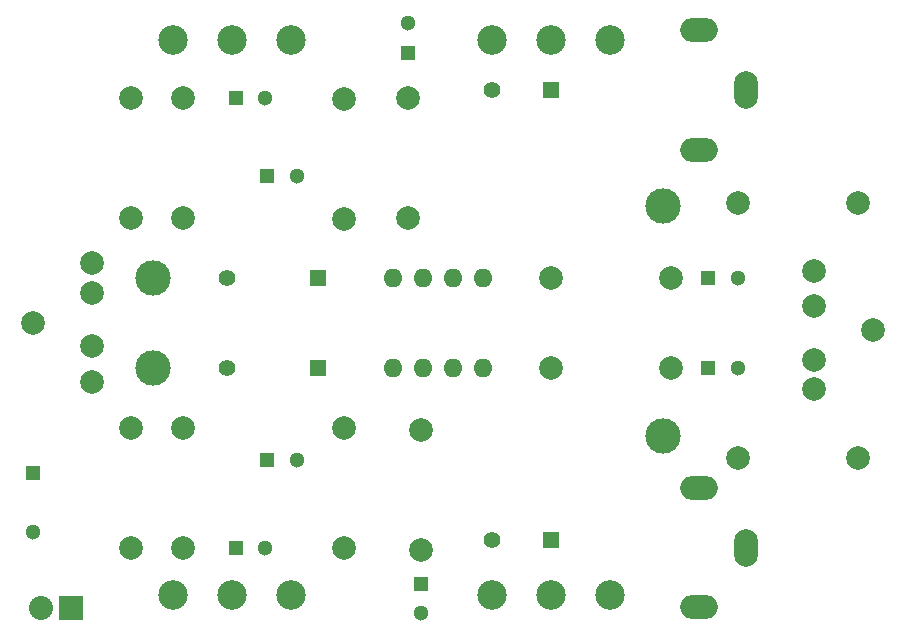
<source format=gbr>
G04 #@! TF.FileFunction,Soldermask,Top*
%FSLAX46Y46*%
G04 Gerber Fmt 4.6, Leading zero omitted, Abs format (unit mm)*
G04 Created by KiCad (PCBNEW 4.0.3-stable) date 10/13/16 15:00:56*
%MOMM*%
%LPD*%
G01*
G04 APERTURE LIST*
%ADD10C,0.100000*%
%ADD11R,1.300000X1.300000*%
%ADD12C,1.300000*%
%ADD13R,1.400000X1.400000*%
%ADD14C,1.400000*%
%ADD15R,2.032000X2.032000*%
%ADD16O,2.032000X2.032000*%
%ADD17O,3.197860X1.998980*%
%ADD18O,1.998980X3.197860*%
%ADD19C,1.998980*%
%ADD20C,2.499360*%
%ADD21O,1.600000X1.600000*%
%ADD22C,3.000000*%
%ADD23C,2.000000*%
G04 APERTURE END LIST*
D10*
D11*
X116205000Y-85090000D03*
D12*
X116205000Y-90090000D03*
X138500000Y-60000000D03*
D11*
X136000000Y-60000000D03*
D13*
X140335000Y-68580000D03*
D14*
X132585000Y-68580000D03*
D11*
X173355000Y-68580000D03*
D12*
X175855000Y-68580000D03*
D13*
X160020000Y-52705000D03*
D14*
X155020000Y-52705000D03*
D11*
X133350000Y-53340000D03*
D12*
X135850000Y-53340000D03*
D11*
X147955000Y-49530000D03*
D12*
X147955000Y-47030000D03*
X138500000Y-84000000D03*
D11*
X136000000Y-84000000D03*
D13*
X140335000Y-76200000D03*
D14*
X132585000Y-76200000D03*
D11*
X173355000Y-76200000D03*
D12*
X175855000Y-76200000D03*
D13*
X160020000Y-90805000D03*
D14*
X155020000Y-90805000D03*
D11*
X133350000Y-91440000D03*
D12*
X135850000Y-91440000D03*
D11*
X149000000Y-94500000D03*
D12*
X149000000Y-97000000D03*
D15*
X119380000Y-96520000D03*
D16*
X116840000Y-96520000D03*
D17*
X172532040Y-47650400D03*
D18*
X176530000Y-52705000D03*
D17*
X172532040Y-57759600D03*
X172532040Y-86385400D03*
D18*
X176530000Y-91440000D03*
D17*
X172532040Y-96494600D03*
D19*
X124460000Y-53340000D03*
X124460000Y-63500000D03*
X128905000Y-53340000D03*
X128905000Y-63500000D03*
X142500000Y-53500000D03*
X142500000Y-63660000D03*
X170180000Y-68580000D03*
X160020000Y-68580000D03*
X186055000Y-62230000D03*
X175895000Y-62230000D03*
X147955000Y-63500000D03*
X147955000Y-53340000D03*
X124460000Y-91440000D03*
X124460000Y-81280000D03*
X128905000Y-91440000D03*
X128905000Y-81280000D03*
X142500000Y-91500000D03*
X142500000Y-81340000D03*
X170180000Y-76200000D03*
X160020000Y-76200000D03*
X186055000Y-83820000D03*
X175895000Y-83820000D03*
X149000000Y-81500000D03*
X149000000Y-91660000D03*
D20*
X160001260Y-48500000D03*
X165002520Y-48500000D03*
X155000000Y-48500000D03*
X133001260Y-48500000D03*
X138002520Y-48500000D03*
X128000000Y-48500000D03*
X159998740Y-95500000D03*
X154997480Y-95500000D03*
X165000000Y-95500000D03*
X132998740Y-95500000D03*
X127997480Y-95500000D03*
X138000000Y-95500000D03*
D21*
X154305000Y-68580000D03*
X151765000Y-68580000D03*
X149225000Y-68580000D03*
X146685000Y-68580000D03*
X146685000Y-76200000D03*
X149225000Y-76200000D03*
X151765000Y-76200000D03*
X154305000Y-76200000D03*
D22*
X169500000Y-62500000D03*
X169500000Y-82000000D03*
X126365000Y-68580000D03*
X126365000Y-76200000D03*
D23*
X116205000Y-72390000D03*
X121205000Y-67390000D03*
X121205000Y-77390000D03*
X121205000Y-69890000D03*
X121205000Y-74390000D03*
X187325000Y-73025000D03*
X182325000Y-78025000D03*
X182325000Y-68025000D03*
X182325000Y-75525000D03*
X182325000Y-71025000D03*
M02*

</source>
